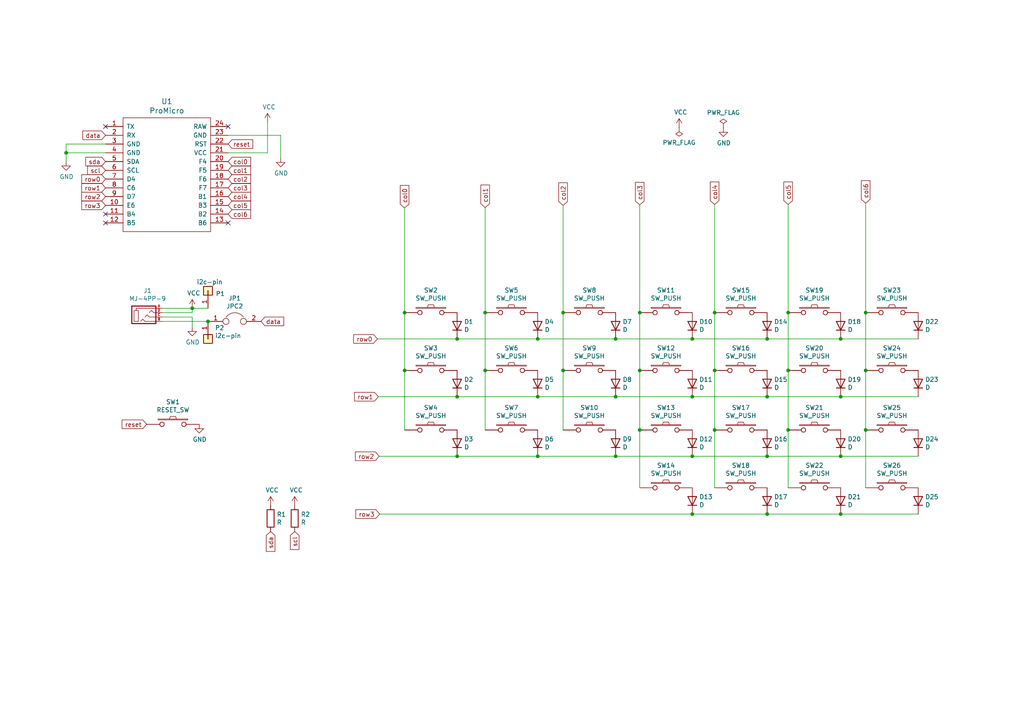
<source format=kicad_sch>
(kicad_sch (version 20230121) (generator eeschema)
  (paper "A4")
  (lib_symbols
    (symbol "Connector_Generic:Conn_01x01" (pin_names (offset 1.016) hide)
      (property "Reference" "J" (at 0 2.54 0))
      (property "Value" "Conn_01x01" (at 0 -2.54 0))
      (symbol "Conn_01x01_1_1"
        (rectangle (start -1.27 0.127) (end 0 -0.127) (stroke (width 0.1524)))
        (rectangle (start -1.27 1.27) (end 1.27 -1.27) (stroke (width 0.254)) (fill (type background)))
        (pin passive line (at -5.08 0 0) (length 3.81) (name "Pin_1") (number "1"))
      )
    )
    (symbol "Device:D" (pin_numbers hide) (pin_names (offset 1.016) hide)
      (property "Reference" "D" (at 0 2.54 0))
      (property "Value" "D" (at 0 -2.54 0))
      (symbol "D_0_1"
        (polyline (pts (xy -1.27 1.27) (xy -1.27 -1.27)) (stroke (width 0.254)))
        (polyline (pts (xy 1.27 0) (xy -1.27 0)))
        (polyline (pts (xy 1.27 1.27) (xy 1.27 -1.27) (xy -1.27 0) (xy 1.27 1.27)) (stroke (width 0.254)))
      )
      (symbol "D_1_1"
        (pin passive line (at -3.81 0 0) (length 2.54) (name "K") (number "1"))
        (pin passive line (at 3.81 0 180) (length 2.54) (name "A") (number "2"))
      )
    )
    (symbol "Device:R" (pin_numbers hide) (pin_names (offset 0))
      (property "Reference" "R" (at 2.032 0 90))
      (property "Value" "R" (at 0 0 90))
      (symbol "R_0_1"
        (rectangle (start -1.016 -2.54) (end 1.016 2.54) (stroke (width 0.254)))
      )
      (symbol "R_1_1"
        (pin passive line (at 0 3.81 270) (length 1.27) (name "~") (number "1"))
        (pin passive line (at 0 -3.81 90) (length 1.27) (name "~") (number "2"))
      )
    )
    (symbol "Pinky3-rescue:Jumper-Device" (pin_names (offset 0.762) hide)
      (property "Reference" "JP" (at 0 3.81 0))
      (property "Value" "Device_Jumper" (at 0 -2.032 0))
      (symbol "Jumper-Device_0_1"
        (circle (center -2.54 0) (radius 0.889))
        (arc (start 2.5146 1.27) (mid 0.0078 2.5097) (end -2.4892 1.27))
        (circle (center 2.54 0) (radius 0.889))
        (pin passive line (at -7.62 0 0) (length 4.191) (name "1") (number "1"))
        (pin passive line (at 7.62 0 180) (length 4.191) (name "2") (number "2"))
      )
    )
    (symbol "Pinky3-rescue:MJ-4PP-9-kbd" (pin_names (offset 1.016))
      (property "Reference" "J" (at 0 3.81 0))
      (property "Value" "MJ-4PP-9-kbd" (at 0 -3.81 0))
      (symbol "MJ-4PP-9-kbd_0_1"
        (rectangle (start -1.905 -1.905) (end -3.175 1.27))
        (polyline (pts (xy -2.54 1.27) (xy -2.54 1.905) (xy 3.175 1.905)))
        (polyline (pts (xy -1.27 -1.905) (xy -0.635 -1.27) (xy 0 -1.905) (xy 3.175 -1.905)))
        (polyline (pts (xy 0 -0.635) (xy 0.635 0) (xy 1.27 -0.635) (xy 3.175 -0.635)))
        (polyline (pts (xy 1.27 0.635) (xy 1.905 1.27) (xy 2.54 0.635) (xy 3.175 0.635)))
        (rectangle (start 3.175 2.54) (end -3.81 -2.54) (stroke (width 0.3048)))
      )
      (symbol "MJ-4PP-9-kbd_1_1"
        (pin input line (at 5.08 1.905 180) (length 2.0066) (name "~") (number "A"))
        (pin input line (at 5.08 -1.905 180) (length 2.0066) (name "~") (number "B"))
        (pin input line (at 5.08 -0.635 180) (length 2.0066) (name "~") (number "C"))
        (pin input line (at 5.08 0.635 180) (length 2.0066) (name "~") (number "D"))
      )
    )
    (symbol "Pinky3-rescue:ProMicro-kbd" (pin_names (offset 1.016))
      (property "Reference" "U" (at 0 24.13 0))
      (property "Value" "ProMicro-kbd" (at 0 -13.97 0))
      (symbol "ProMicro-kbd_0_1"
        (rectangle (start -12.7 21.59) (end 12.7 -11.43))
      )
      (symbol "ProMicro-kbd_1_1"
        (pin bidirectional line (at -17.78 19.05 0) (length 5.08) (name "TX") (number "1"))
        (pin bidirectional line (at -17.78 -3.81 0) (length 5.08) (name "E6") (number "10"))
        (pin bidirectional line (at -17.78 -6.35 0) (length 5.08) (name "B4") (number "11"))
        (pin bidirectional line (at -17.78 -8.89 0) (length 5.08) (name "B5") (number "12"))
        (pin bidirectional line (at 17.78 -8.89 180) (length 5.08) (name "B6") (number "13"))
        (pin bidirectional line (at 17.78 -6.35 180) (length 5.08) (name "B2") (number "14"))
        (pin bidirectional line (at 17.78 -3.81 180) (length 5.08) (name "B3") (number "15"))
        (pin bidirectional line (at 17.78 -1.27 180) (length 5.08) (name "B1") (number "16"))
        (pin bidirectional line (at 17.78 1.27 180) (length 5.08) (name "F7") (number "17"))
        (pin bidirectional line (at 17.78 3.81 180) (length 5.08) (name "F6") (number "18"))
        (pin bidirectional line (at 17.78 6.35 180) (length 5.08) (name "F5") (number "19"))
        (pin bidirectional line (at -17.78 16.51 0) (length 5.08) (name "RX") (number "2"))
        (pin bidirectional line (at 17.78 8.89 180) (length 5.08) (name "F4") (number "20"))
        (pin power_in line (at 17.78 11.43 180) (length 5.08) (name "VCC") (number "21"))
        (pin input line (at 17.78 13.97 180) (length 5.08) (name "RST") (number "22"))
        (pin power_in line (at 17.78 16.51 180) (length 5.08) (name "GND") (number "23"))
        (pin power_out line (at 17.78 19.05 180) (length 5.08) (name "RAW") (number "24"))
        (pin power_in line (at -17.78 13.97 0) (length 5.08) (name "GND") (number "3"))
        (pin power_in line (at -17.78 11.43 0) (length 5.08) (name "GND") (number "4"))
        (pin bidirectional line (at -17.78 8.89 0) (length 5.08) (name "SDA") (number "5"))
        (pin bidirectional line (at -17.78 6.35 0) (length 5.08) (name "SCL") (number "6"))
        (pin bidirectional line (at -17.78 3.81 0) (length 5.08) (name "D4") (number "7"))
        (pin bidirectional line (at -17.78 1.27 0) (length 5.08) (name "C6") (number "8"))
        (pin bidirectional line (at -17.78 -1.27 0) (length 5.08) (name "D7") (number "9"))
      )
    )
    (symbol "Pinky3-rescue:SW_PUSH-kbd" (pin_numbers hide) (pin_names (offset 1.016) hide)
      (property "Reference" "SW" (at 3.81 2.794 0))
      (property "Value" "SW_PUSH-kbd" (at 0 -2.032 0))
      (symbol "SW_PUSH-kbd_0_1"
        (rectangle (start -4.318 1.27) (end 4.318 1.524))
        (polyline (pts (xy -1.016 1.524) (xy -0.762 2.286) (xy 0.762 2.286) (xy 1.016 1.524)))
        (pin passive inverted (at -7.62 0 0) (length 5.08) (name "1") (number "1"))
        (pin passive inverted (at 7.62 0 180) (length 5.08) (name "2") (number "2"))
      )
    )
    (symbol "power:GND" (power) (pin_names (offset 0))
      (property "Value" "GND" (at 0 -3.81 0))
      (symbol "GND_0_1"
        (polyline (pts (xy 0 0) (xy 0 -1.27) (xy 1.27 -1.27) (xy 0 -2.54) (xy -1.27 -1.27) (xy 0 -1.27)))
      )
      (symbol "GND_1_1"
        (pin power_in line (at 0 0 270) (length 0) hide (name "GND") (number "1"))
      )
    )
    (symbol "power:PWR_FLAG" (power) (pin_numbers hide) (pin_names (offset 0) hide)
      (property "Value" "PWR_FLAG" (at 0 3.81 0))
      (symbol "PWR_FLAG_0_0"
        (pin power_out line (at 0 0 90) (length 0) (name "pwr") (number "1"))
      )
      (symbol "PWR_FLAG_0_1"
        (polyline (pts (xy 0 0) (xy 0 1.27) (xy -1.016 1.905) (xy 0 2.54) (xy 1.016 1.905) (xy 0 1.27)))
      )
    )
    (symbol "power:VCC" (power) (pin_names (offset 0))
      (property "Value" "VCC" (at 0 3.81 0))
      (symbol "VCC_0_1"
        (polyline (pts (xy -0.762 1.27) (xy 0 2.54)))
        (polyline (pts (xy 0 0) (xy 0 2.54)))
        (polyline (pts (xy 0 2.54) (xy 0.762 1.27)))
      )
      (symbol "VCC_1_1"
        (pin power_in line (at 0 0 90) (length 0) hide (name "VCC") (number "1"))
      )
    )
  )
  (junction (at 200.787 132.334))
  (junction (at 155.956 98.298))
  (junction (at 222.504 98.298))
  (junction (at 155.956 115.062))
  (junction (at 117.348 107.442))
  (junction (at 178.562 98.298))
  (junction (at 222.504 149.098))
  (junction (at 140.716 107.442))
  (junction (at 251.079 107.442))
  (junction (at 251.079 90.678))
  (junction (at 163.322 90.678))
  (junction (at 55.753 89.408))
  (junction (at 132.588 98.298))
  (junction (at 207.264 107.442))
  (junction (at 140.716 90.678))
  (junction (at 222.504 115.062))
  (junction (at 243.84 132.334))
  (junction (at 251.079 124.714))
  (junction (at 163.322 107.442))
  (junction (at 228.6 124.714))
  (junction (at 185.547 90.678))
  (junction (at 207.264 90.678))
  (junction (at 178.562 115.062))
  (junction (at 243.84 98.298))
  (junction (at 243.84 149.098))
  (junction (at 185.547 107.442))
  (junction (at 228.6 107.442))
  (junction (at 207.264 124.714))
  (junction (at 200.787 98.298))
  (junction (at 200.787 149.098))
  (junction (at 117.348 90.678))
  (junction (at 228.6 90.678))
  (junction (at 222.504 132.334))
  (junction (at 155.956 132.334))
  (junction (at 19.177 44.323))
  (junction (at 60.325 93.218))
  (junction (at 132.588 132.334))
  (junction (at 178.562 132.334))
  (junction (at 132.588 115.062))
  (junction (at 243.84 115.062))
  (junction (at 185.547 124.714))
  (junction (at 200.787 115.062))
  (no_connect (at 30.607 64.643))
  (no_connect (at 30.607 62.103))
  (no_connect (at 30.607 36.703))
  (no_connect (at 66.167 36.703))
  (no_connect (at 66.167 64.643))
  (wire (pts (xy 185.547 90.678) (xy 185.547 107.442)))
  (wire (pts (xy 222.504 132.334) (xy 243.84 132.334)))
  (wire (pts (xy 178.562 98.298) (xy 200.787 98.298)))
  (wire (pts (xy 19.177 41.783) (xy 19.177 44.323)))
  (wire (pts (xy 55.753 91.948) (xy 55.753 94.869)))
  (wire (pts (xy 185.547 59.436) (xy 185.547 90.678)))
  (wire (pts (xy 109.728 115.062) (xy 132.588 115.062)))
  (wire (pts (xy 30.607 41.783) (xy 19.177 41.783)))
  (wire (pts (xy 178.562 115.062) (xy 200.787 115.062)))
  (wire (pts (xy 200.787 132.334) (xy 222.504 132.334)))
  (wire (pts (xy 207.264 59.309) (xy 207.264 90.678)))
  (wire (pts (xy 185.547 124.714) (xy 185.547 141.478)))
  (wire (pts (xy 228.6 90.678) (xy 228.6 107.442)))
  (wire (pts (xy 55.753 89.408) (xy 60.325 89.408)))
  (wire (pts (xy 81.407 39.243) (xy 81.407 45.847)))
  (wire (pts (xy 228.6 124.714) (xy 228.6 141.478)))
  (wire (pts (xy 140.716 60.198) (xy 140.716 90.678)))
  (wire (pts (xy 66.167 44.323) (xy 77.597 44.323)))
  (wire (pts (xy 207.264 124.714) (xy 207.264 141.478)))
  (wire (pts (xy 243.84 149.098) (xy 266.319 149.098)))
  (wire (pts (xy 251.079 124.714) (xy 251.079 141.478)))
  (wire (pts (xy 117.348 60.325) (xy 117.348 90.678)))
  (wire (pts (xy 163.322 90.678) (xy 163.322 107.442)))
  (wire (pts (xy 163.322 107.442) (xy 163.322 124.714)))
  (wire (pts (xy 163.322 59.563) (xy 163.322 90.678)))
  (wire (pts (xy 155.956 132.334) (xy 178.562 132.334)))
  (wire (pts (xy 140.716 107.442) (xy 140.716 124.714)))
  (wire (pts (xy 243.84 115.062) (xy 266.319 115.062)))
  (wire (pts (xy 132.588 132.334) (xy 155.956 132.334)))
  (wire (pts (xy 200.787 149.098) (xy 222.504 149.098)))
  (wire (pts (xy 200.787 115.062) (xy 222.504 115.062)))
  (wire (pts (xy 77.597 44.323) (xy 77.597 35.433)))
  (wire (pts (xy 110.109 149.098) (xy 200.787 149.098)))
  (wire (pts (xy 19.177 44.323) (xy 19.177 46.863)))
  (wire (pts (xy 222.504 149.098) (xy 243.84 149.098)))
  (wire (pts (xy 109.474 98.298) (xy 132.588 98.298)))
  (wire (pts (xy 55.753 90.678) (xy 55.753 89.408)))
  (wire (pts (xy 207.264 107.442) (xy 207.264 124.714)))
  (wire (pts (xy 47.117 89.408) (xy 55.753 89.408)))
  (wire (pts (xy 222.504 115.062) (xy 243.84 115.062)))
  (wire (pts (xy 243.84 132.334) (xy 266.319 132.334)))
  (wire (pts (xy 222.504 98.298) (xy 243.84 98.298)))
  (wire (pts (xy 132.588 98.298) (xy 155.956 98.298)))
  (wire (pts (xy 109.982 132.334) (xy 132.588 132.334)))
  (wire (pts (xy 251.079 58.928) (xy 251.079 90.678)))
  (wire (pts (xy 155.956 98.298) (xy 178.562 98.298)))
  (wire (pts (xy 251.079 107.442) (xy 251.079 124.714)))
  (wire (pts (xy 47.117 93.218) (xy 60.325 93.218)))
  (wire (pts (xy 200.787 98.298) (xy 222.504 98.298)))
  (wire (pts (xy 207.264 90.678) (xy 207.264 107.442)))
  (wire (pts (xy 251.079 90.678) (xy 251.079 107.442)))
  (wire (pts (xy 155.956 115.062) (xy 178.562 115.062)))
  (wire (pts (xy 66.167 39.243) (xy 81.407 39.243)))
  (wire (pts (xy 30.607 44.323) (xy 19.177 44.323)))
  (wire (pts (xy 132.588 115.062) (xy 155.956 115.062)))
  (wire (pts (xy 47.117 91.948) (xy 55.753 91.948)))
  (wire (pts (xy 140.716 90.678) (xy 140.716 107.442)))
  (wire (pts (xy 228.6 59.309) (xy 228.6 90.678)))
  (wire (pts (xy 178.562 132.334) (xy 200.787 132.334)))
  (wire (pts (xy 243.84 98.298) (xy 266.319 98.298)))
  (wire (pts (xy 228.6 107.442) (xy 228.6 124.714)))
  (wire (pts (xy 47.117 90.678) (xy 55.753 90.678)))
  (wire (pts (xy 117.348 107.442) (xy 117.348 124.714)))
  (wire (pts (xy 185.547 107.442) (xy 185.547 124.714)))
  (wire (pts (xy 60.325 93.218) (xy 60.452 93.218)))
  (wire (pts (xy 117.348 90.678) (xy 117.348 107.442)))
  (global_label "row1" (shape input) (at 109.728 115.062 180) (property "Intersheetrefs" "${INTERSHEET_REFS}" (effects hide)))
  (global_label "sda" (shape input) (at 78.486 154.178 270) (property "Intersheetrefs" "${INTERSHEET_REFS}" (effects hide)))
  (global_label "row0" (shape input) (at 30.607 51.943 180) (property "Intersheetrefs" "${INTERSHEET_REFS}" (effects hide)))
  (global_label "col0" (shape input) (at 66.167 46.863 0) (property "Intersheetrefs" "${INTERSHEET_REFS}" (effects hide)))
  (global_label "col3" (shape input) (at 66.167 54.483 0) (property "Intersheetrefs" "${INTERSHEET_REFS}" (effects hide)))
  (global_label "col1" (shape input) (at 66.167 49.403 0) (property "Intersheetrefs" "${INTERSHEET_REFS}" (effects hide)))
  (global_label "col4" (shape input) (at 66.167 57.023 0) (property "Intersheetrefs" "${INTERSHEET_REFS}" (effects hide)))
  (global_label "scl" (shape input) (at 85.471 154.178 270) (property "Intersheetrefs" "${INTERSHEET_REFS}" (effects hide)))
  (global_label "scl" (shape input) (at 30.607 49.403 180) (property "Intersheetrefs" "${INTERSHEET_REFS}" (effects hide)))
  (global_label "col2" (shape input) (at 66.167 51.943 0) (property "Intersheetrefs" "${INTERSHEET_REFS}" (effects hide)))
  (global_label "col3" (shape input) (at 185.547 59.436 90) (property "Intersheetrefs" "${INTERSHEET_REFS}" (effects hide)))
  (global_label "col4" (shape input) (at 207.264 59.309 90) (property "Intersheetrefs" "${INTERSHEET_REFS}" (effects hide)))
  (global_label "col6" (shape input) (at 66.167 62.103 0) (property "Intersheetrefs" "${INTERSHEET_REFS}" (effects hide)))
  (global_label "row2" (shape input) (at 109.982 132.334 180) (property "Intersheetrefs" "${INTERSHEET_REFS}" (effects hide)))
  (global_label "reset" (shape input) (at 66.167 41.783 0) (property "Intersheetrefs" "${INTERSHEET_REFS}" (effects hide)))
  (global_label "col0" (shape input) (at 117.348 60.325 90) (property "Intersheetrefs" "${INTERSHEET_REFS}" (effects hide)))
  (global_label "row3" (shape input) (at 30.607 59.563 180) (property "Intersheetrefs" "${INTERSHEET_REFS}" (effects hide)))
  (global_label "row3" (shape input) (at 110.109 149.098 180) (property "Intersheetrefs" "${INTERSHEET_REFS}" (effects hide)))
  (global_label "col2" (shape input) (at 163.322 59.563 90) (property "Intersheetrefs" "${INTERSHEET_REFS}" (effects hide)))
  (global_label "row0" (shape input) (at 109.474 98.298 180) (property "Intersheetrefs" "${INTERSHEET_REFS}" (effects hide)))
  (global_label "data" (shape input) (at 30.607 39.243 180) (property "Intersheetrefs" "${INTERSHEET_REFS}" (effects hide)))
  (global_label "row1" (shape input) (at 30.607 54.483 180) (property "Intersheetrefs" "${INTERSHEET_REFS}" (effects hide)))
  (global_label "col5" (shape input) (at 228.6 59.309 90) (property "Intersheetrefs" "${INTERSHEET_REFS}" (effects hide)))
  (global_label "sda" (shape input) (at 30.607 46.863 180) (property "Intersheetrefs" "${INTERSHEET_REFS}" (effects hide)))
  (global_label "row2" (shape input) (at 30.607 57.023 180) (property "Intersheetrefs" "${INTERSHEET_REFS}" (effects hide)))
  (global_label "col6" (shape input) (at 251.079 58.928 90) (property "Intersheetrefs" "${INTERSHEET_REFS}" (effects hide)))
  (global_label "reset" (shape input) (at 42.545 123.063 180) (property "Intersheetrefs" "${INTERSHEET_REFS}" (effects hide)))
  (global_label "data" (shape input) (at 75.692 93.218 0) (property "Intersheetrefs" "${INTERSHEET_REFS}" (effects hide)))
  (global_label "col1" (shape input) (at 140.716 60.198 90) (property "Intersheetrefs" "${INTERSHEET_REFS}" (effects hide)))
  (global_label "col5" (shape input) (at 66.167 59.563 0) (property "Intersheetrefs" "${INTERSHEET_REFS}" (effects hide)))
  (symbol (lib_id "Pinky3-rescue:SW_PUSH-kbd") (at 50.165 123.063 0) (unit 1)
    (property "Reference" "SW1" (at 50.165 116.586 0))
    (property "Value" "RESET_SW" (at 50.165 118.8974 0))
    (property "Footprint" "kbd:ResetSW" (effects hide))
  )
  (symbol (lib_id "power:GND") (at 57.785 123.063 0) (unit 1)
    (property "Reference" "#PWR04" (effects hide))
    (property "Value" "GND" (at 57.912 127.4572 0))
  )
  (symbol (lib_id "Pinky3-rescue:ProMicro-kbd") (at 48.387 55.753 0) (unit 1)
    (property "Reference" "U1" (at 48.387 29.4132 0) (effects (font (size 1.524 1.524))))
    (property "Value" "ProMicro" (at 48.387 32.1056 0) (effects (font (size 1.524 1.524))))
    (property "Footprint" "kbd:ProMicro_v2" (effects hide))
  )
  (symbol (lib_id "power:VCC") (at 77.597 35.433 0) (unit 1)
    (property "Reference" "#PWR05" (effects hide))
    (property "Value" "VCC" (at 78.0288 31.0388 0))
  )
  (symbol (lib_id "power:GND") (at 81.407 45.847 0) (unit 1)
    (property "Reference" "#PWR06" (effects hide))
    (property "Value" "GND" (at 81.534 50.2412 0))
  )
  (symbol (lib_id "power:GND") (at 19.177 46.863 0) (unit 1)
    (property "Reference" "#PWR01" (effects hide))
    (property "Value" "GND" (at 19.304 51.2572 0))
  )
  (symbol (lib_id "Pinky3-rescue:SW_PUSH-kbd") (at 124.968 90.678 0) (unit 1)
    (property "Reference" "SW2" (at 124.968 84.201 0))
    (property "Value" "SW_PUSH" (at 124.968 86.5124 0))
    (property "Footprint" "Switch_Keyboard_Hotswap_Kailh:SW_Hotswap_Kailh_Choc_V1V2" (effects hide))
  )
  (symbol (lib_id "Pinky3-rescue:SW_PUSH-kbd") (at 148.336 90.678 0) (unit 1)
    (property "Reference" "SW5" (at 148.336 84.201 0))
    (property "Value" "SW_PUSH" (at 148.336 86.5124 0))
    (property "Footprint" "kbd:CherryMX_Hotswap" (effects hide))
  )
  (symbol (lib_id "Pinky3-rescue:MJ-4PP-9-kbd") (at 42.037 91.313 0) (unit 1)
    (property "Reference" "J1" (at 42.799 84.3026 0))
    (property "Value" "MJ-4PP-9" (at 42.799 86.614 0))
    (property "Footprint" "kbd:MJ-4PP-9" (effects hide))
  )
  (symbol (lib_id "power:GND") (at 55.753 94.869 0) (unit 1)
    (property "Reference" "#PWR03" (effects hide))
    (property "Value" "GND" (at 55.88 99.2632 0))
  )
  (symbol (lib_id "power:VCC") (at 55.753 89.408 0) (unit 1)
    (property "Reference" "#PWR02" (effects hide))
    (property "Value" "VCC" (at 56.1848 85.0138 0))
  )
  (symbol (lib_id "power:VCC") (at 196.977 36.957 0) (unit 1)
    (property "Reference" "#PWR07" (effects hide))
    (property "Value" "VCC" (at 197.4088 32.5628 0))
  )
  (symbol (lib_id "power:PWR_FLAG") (at 196.977 36.957 180) (unit 1)
    (property "Reference" "#FLG01" (effects hide))
    (property "Value" "PWR_FLAG" (at 196.977 41.3512 0))
  )
  (symbol (lib_id "power:GND") (at 209.804 37.084 0) (unit 1)
    (property "Reference" "#PWR08" (effects hide))
    (property "Value" "GND" (at 209.931 41.4782 0))
  )
  (symbol (lib_id "power:PWR_FLAG") (at 209.804 37.084 0) (unit 1)
    (property "Reference" "#FLG02" (effects hide))
    (property "Value" "PWR_FLAG" (at 209.804 32.6644 0))
  )
  (symbol (lib_id "Pinky3-rescue:SW_PUSH-kbd") (at 124.968 107.442 0) (unit 1)
    (property "Reference" "SW3" (at 124.968 100.965 0))
    (property "Value" "SW_PUSH" (at 124.968 103.2764 0))
    (property "Footprint" "kbd:CherryMX_Hotswap" (effects hide))
  )
  (symbol (lib_id "Pinky3-rescue:SW_PUSH-kbd") (at 124.968 124.714 0) (unit 1)
    (property "Reference" "SW4" (at 124.968 118.237 0))
    (property "Value" "SW_PUSH" (at 124.968 120.5484 0))
    (property "Footprint" "kbd:CherryMX_Hotswap" (effects hide))
  )
  (symbol (lib_id "Pinky3-rescue:SW_PUSH-kbd") (at 148.336 107.442 0) (unit 1)
    (property "Reference" "SW6" (at 148.336 100.965 0))
    (property "Value" "SW_PUSH" (at 148.336 103.2764 0))
    (property "Footprint" "kbd:CherryMX_Hotswap" (effects hide))
  )
  (symbol (lib_id "Pinky3-rescue:SW_PUSH-kbd") (at 148.336 124.714 0) (unit 1)
    (property "Reference" "SW7" (at 148.336 118.237 0))
    (property "Value" "SW_PUSH" (at 148.336 120.5484 0))
    (property "Footprint" "kbd:CherryMX_Hotswap" (effects hide))
  )
  (symbol (lib_id "Device:D") (at 132.588 94.488 90) (unit 1)
    (property "Reference" "D1" (at 134.5946 93.3196 90) (effects (justify right)))
    (property "Value" "D" (at 134.5946 95.631 90) (effects (justify right)))
    (property "Footprint" "kbd:D3_TH_SMD" (effects hide))
  )
  (symbol (lib_id "Pinky3-rescue:SW_PUSH-kbd") (at 170.942 90.678 0) (unit 1)
    (property "Reference" "SW8" (at 170.942 84.201 0))
    (property "Value" "SW_PUSH" (at 170.942 86.5124 0))
    (property "Footprint" "kbd:CherryMX_Hotswap" (effects hide))
  )
  (symbol (lib_id "Pinky3-rescue:SW_PUSH-kbd") (at 193.167 90.678 0) (unit 1)
    (property "Reference" "SW11" (at 193.167 84.201 0))
    (property "Value" "SW_PUSH" (at 193.167 86.5124 0))
    (property "Footprint" "kbd:CherryMX_Hotswap" (effects hide))
  )
  (symbol (lib_id "Pinky3-rescue:SW_PUSH-kbd") (at 170.942 107.442 0) (unit 1)
    (property "Reference" "SW9" (at 170.942 100.965 0))
    (property "Value" "SW_PUSH" (at 170.942 103.2764 0))
    (property "Footprint" "kbd:CherryMX_Hotswap" (effects hide))
  )
  (symbol (lib_id "Pinky3-rescue:SW_PUSH-kbd") (at 193.167 107.442 0) (unit 1)
    (property "Reference" "SW12" (at 193.167 100.965 0))
    (property "Value" "SW_PUSH" (at 193.167 103.2764 0))
    (property "Footprint" "kbd:CherryMX_Hotswap" (effects hide))
  )
  (symbol (lib_id "Pinky3-rescue:SW_PUSH-kbd") (at 170.942 124.714 0) (unit 1)
    (property "Reference" "SW10" (at 170.942 118.237 0))
    (property "Value" "SW_PUSH" (at 170.942 120.5484 0))
    (property "Footprint" "kbd:CherryMX_Hotswap" (effects hide))
  )
  (symbol (lib_id "Pinky3-rescue:SW_PUSH-kbd") (at 193.167 124.714 0) (unit 1)
    (property "Reference" "SW13" (at 193.167 118.237 0))
    (property "Value" "SW_PUSH" (at 193.167 120.5484 0))
    (property "Footprint" "kbd:CherryMX_Hotswap" (effects hide))
  )
  (symbol (lib_id "Pinky3-rescue:SW_PUSH-kbd") (at 193.167 141.478 0) (unit 1)
    (property "Reference" "SW14" (at 193.167 135.001 0))
    (property "Value" "SW_PUSH" (at 193.167 137.3124 0))
    (property "Footprint" "kbd:Choc_Hotswap" (effects hide))
  )
  (symbol (lib_id "Pinky3-rescue:SW_PUSH-kbd") (at 214.884 90.678 0) (unit 1)
    (property "Reference" "SW15" (at 214.884 84.201 0))
    (property "Value" "SW_PUSH" (at 214.884 86.5124 0))
    (property "Footprint" "kbd:CherryMX_Hotswap" (effects hide))
  )
  (symbol (lib_id "Pinky3-rescue:SW_PUSH-kbd") (at 214.884 107.442 0) (unit 1)
    (property "Reference" "SW16" (at 214.884 100.965 0))
    (property "Value" "SW_PUSH" (at 214.884 103.2764 0))
    (property "Footprint" "kbd:CherryMX_Hotswap" (effects hide))
  )
  (symbol (lib_id "Pinky3-rescue:SW_PUSH-kbd") (at 214.884 124.714 0) (unit 1)
    (property "Reference" "SW17" (at 214.884 118.237 0))
    (property "Value" "SW_PUSH" (at 214.884 120.5484 0))
    (property "Footprint" "kbd:CherryMX_Hotswap" (effects hide))
  )
  (symbol (lib_id "Pinky3-rescue:SW_PUSH-kbd") (at 214.884 141.478 0) (unit 1)
    (property "Reference" "SW18" (at 214.884 135.001 0))
    (property "Value" "SW_PUSH" (at 214.884 137.3124 0))
    (property "Footprint" "kbd:Choc_Hotswap" (effects hide))
  )
  (symbol (lib_id "Pinky3-rescue:SW_PUSH-kbd") (at 236.22 90.678 0) (unit 1)
    (property "Reference" "SW19" (at 236.22 84.201 0))
    (property "Value" "SW_PUSH" (at 236.22 86.5124 0))
    (property "Footprint" "kbd:CherryMX_Hotswap" (effects hide))
  )
  (symbol (lib_id "Pinky3-rescue:SW_PUSH-kbd") (at 236.22 107.442 0) (unit 1)
    (property "Reference" "SW20" (at 236.22 100.965 0))
    (property "Value" "SW_PUSH" (at 236.22 103.2764 0))
    (property "Footprint" "kbd:CherryMX_Hotswap" (effects hide))
  )
  (symbol (lib_id "Pinky3-rescue:SW_PUSH-kbd") (at 236.22 124.714 0) (unit 1)
    (property "Reference" "SW21" (at 236.22 118.237 0))
    (property "Value" "SW_PUSH" (at 236.22 120.5484 0))
    (property "Footprint" "kbd:CherryMX_Hotswap" (effects hide))
  )
  (symbol (lib_id "Pinky3-rescue:SW_PUSH-kbd") (at 236.22 141.478 0) (unit 1)
    (property "Reference" "SW22" (at 236.22 135.001 0))
    (property "Value" "SW_PUSH" (at 236.22 137.3124 0))
    (property "Footprint" "kbd:Choc_Hotswap" (effects hide))
  )
  (symbol (lib_id "Device:D") (at 243.84 94.488 90) (unit 1)
    (property "Reference" "D18" (at 245.8466 93.3196 90) (effects (justify right)))
    (property "Value" "D" (at 245.8466 95.631 90) (effects (justify right)))
    (property "Footprint" "kbd:D3_TH_SMD" (effects hide))
  )
  (symbol (lib_id "Device:D") (at 222.504 94.488 90) (unit 1)
    (property "Reference" "D14" (at 224.5106 93.3196 90) (effects (justify right)))
    (property "Value" "D" (at 224.5106 95.631 90) (effects (justify right)))
    (property "Footprint" "kbd:D3_TH_SMD" (effects hide))
  )
  (symbol (lib_id "Device:D") (at 200.787 94.488 90) (unit 1)
    (property "Reference" "D10" (at 202.7936 93.3196 90) (effects (justify right)))
    (property "Value" "D" (at 202.7936 95.631 90) (effects (justify right)))
    (property "Footprint" "kbd:D3_TH_SMD" (effects hide))
  )
  (symbol (lib_id "Device:D") (at 178.562 94.488 90) (unit 1)
    (property "Reference" "D7" (at 180.5686 93.3196 90) (effects (justify right)))
    (property "Value" "D" (at 180.5686 95.631 90) (effects (justify right)))
    (property "Footprint" "kbd:D3_TH_SMD" (effects hide))
  )
  (symbol (lib_id "Device:D") (at 178.562 111.252 90) (unit 1)
    (property "Reference" "D8" (at 180.5686 110.0836 90) (effects (justify right)))
    (property "Value" "D" (at 180.5686 112.395 90) (effects (justify right)))
    (property "Footprint" "kbd:D3_TH_SMD" (effects hide))
  )
  (symbol (lib_id "Device:D") (at 200.787 111.252 90) (unit 1)
    (property "Reference" "D11" (at 202.7936 110.0836 90) (effects (justify right)))
    (property "Value" "D" (at 202.7936 112.395 90) (effects (justify right)))
    (property "Footprint" "kbd:D3_TH_SMD" (effects hide))
  )
  (symbol (lib_id "Device:D") (at 222.504 111.252 90) (unit 1)
    (property "Reference" "D15" (at 224.5106 110.0836 90) (effects (justify right)))
    (property "Value" "D" (at 224.5106 112.395 90) (effects (justify right)))
    (property "Footprint" "kbd:D3_TH_SMD" (effects hide))
  )
  (symbol (lib_id "Device:D") (at 243.84 111.252 90) (unit 1)
    (property "Reference" "D19" (at 245.8466 110.0836 90) (effects (justify right)))
    (property "Value" "D" (at 245.8466 112.395 90) (effects (justify right)))
    (property "Footprint" "kbd:D3_TH_SMD" (effects hide))
  )
  (symbol (lib_id "Device:D") (at 243.84 128.524 90) (unit 1)
    (property "Reference" "D20" (at 245.8466 127.3556 90) (effects (justify right)))
    (property "Value" "D" (at 245.8466 129.667 90) (effects (justify right)))
    (property "Footprint" "kbd:D3_TH_SMD" (effects hide))
  )
  (symbol (lib_id "Device:D") (at 222.504 128.524 90) (unit 1)
    (property "Reference" "D16" (at 224.5106 127.3556 90) (effects (justify right)))
    (property "Value" "D" (at 224.5106 129.667 90) (effects (justify right)))
    (property "Footprint" "kbd:D3_TH_SMD" (effects hide))
  )
  (symbol (lib_id "Device:D") (at 222.504 145.288 90) (unit 1)
    (property "Reference" "D17" (at 224.5106 144.1196 90) (effects (justify right)))
    (property "Value" "D" (at 224.5106 146.431 90) (effects (justify right)))
    (property "Footprint" "kbd:D3_TH_SMD" (effects hide))
  )
  (symbol (lib_id "Device:D") (at 243.84 145.288 90) (unit 1)
    (property "Reference" "D21" (at 245.8466 144.1196 90) (effects (justify right)))
    (property "Value" "D" (at 245.8466 146.431 90) (effects (justify right)))
    (property "Footprint" "kbd:D3_TH_SMD" (effects hide))
  )
  (symbol (lib_id "Device:D") (at 200.787 145.288 90) (unit 1)
    (property "Reference" "D13" (at 202.7936 144.1196 90) (effects (justify right)))
    (property "Value" "D" (at 202.7936 146.431 90) (effects (justify right)))
    (property "Footprint" "kbd:D3_TH_SMD" (effects hide))
  )
  (symbol (lib_id "Device:D") (at 200.787 128.524 90) (unit 1)
    (property "Reference" "D12" (at 202.7936 127.3556 90) (effects (justify right)))
    (property "Value" "D" (at 202.7936 129.667 90) (effects (justify right)))
    (property "Footprint" "kbd:D3_TH_SMD" (effects hide))
  )
  (symbol (lib_id "Device:D") (at 178.562 128.524 90) (unit 1)
    (property "Reference" "D9" (at 180.5686 127.3556 90) (effects (justify right)))
    (property "Value" "D" (at 180.5686 129.667 90) (effects (justify right)))
    (property "Footprint" "kbd:D3_TH_SMD" (effects hide))
  )
  (symbol (lib_id "Device:D") (at 155.956 128.524 90) (unit 1)
    (property "Reference" "D6" (at 157.9626 127.3556 90) (effects (justify right)))
    (property "Value" "D" (at 157.9626 129.667 90) (effects (justify right)))
    (property "Footprint" "kbd:D3_TH_SMD" (effects hide))
  )
  (symbol (lib_id "Device:D") (at 155.956 111.252 90) (unit 1)
    (property "Reference" "D5" (at 157.9626 110.0836 90) (effects (justify right)))
    (property "Value" "D" (at 157.9626 112.395 90) (effects (justify right)))
    (property "Footprint" "kbd:D3_TH_SMD" (effects hide))
  )
  (symbol (lib_id "Device:D") (at 155.956 94.488 90) (unit 1)
    (property "Reference" "D4" (at 157.9626 93.3196 90) (effects (justify right)))
    (property "Value" "D" (at 157.9626 95.631 90) (effects (justify right)))
    (property "Footprint" "kbd:D3_TH_SMD" (effects hide))
  )
  (symbol (lib_id "Device:D") (at 132.588 111.252 90) (unit 1)
    (property "Reference" "D2" (at 134.5946 110.0836 90) (effects (justify right)))
    (property "Value" "D" (at 134.5946 112.395 90) (effects (justify right)))
    (property "Footprint" "kbd:D3_TH_SMD" (effects hide))
  )
  (symbol (lib_id "Device:D") (at 132.588 128.524 90) (unit 1)
    (property "Reference" "D3" (at 134.5946 127.3556 90) (effects (justify right)))
    (property "Value" "D" (at 134.5946 129.667 90) (effects (justify right)))
    (property "Footprint" "kbd:D3_TH_SMD" (effects hide))
  )
  (symbol (lib_id "power:VCC") (at 78.486 146.558 0) (unit 1)
    (property "Reference" "#PWR011" (effects hide))
    (property "Value" "VCC" (at 78.9178 142.1638 0))
  )
  (symbol (lib_id "Device:R") (at 85.471 150.368 0) (unit 1)
    (property "Reference" "R2" (at 87.249 149.1996 0) (effects (justify left)))
    (property "Value" "R" (at 87.249 151.511 0) (effects (justify left)))
    (property "Footprint" "kbd:R" (effects hide))
  )
  (symbol (lib_id "power:VCC") (at 85.471 146.558 0) (unit 1)
    (property "Reference" "#PWR012" (effects hide))
    (property "Value" "VCC" (at 85.9028 142.1638 0))
  )
  (symbol (lib_id "Device:R") (at 78.486 150.368 0) (unit 1)
    (property "Reference" "R1" (at 80.264 149.1996 0) (effects (justify left)))
    (property "Value" "R" (at 80.264 151.511 0) (effects (justify left)))
    (property "Footprint" "kbd:R" (effects hide))
  )
  (symbol (lib_id "Pinky3-rescue:SW_PUSH-kbd") (at 258.699 90.678 0) (unit 1)
    (property "Reference" "SW23" (at 258.699 84.201 0))
    (property "Value" "SW_PUSH" (at 258.699 86.5124 0))
    (property "Footprint" "kbd:CherryMX_Hotswap" (effects hide))
  )
  (symbol (lib_id "Pinky3-rescue:SW_PUSH-kbd") (at 258.699 107.442 0) (unit 1)
    (property "Reference" "SW24" (at 258.699 100.965 0))
    (property "Value" "SW_PUSH" (at 258.699 103.2764 0))
    (property "Footprint" "kbd:CherryMX_Hotswap" (effects hide))
  )
  (symbol (lib_id "Pinky3-rescue:SW_PUSH-kbd") (at 258.699 124.714 0) (unit 1)
    (property "Reference" "SW25" (at 258.699 118.237 0))
    (property "Value" "SW_PUSH" (at 258.699 120.5484 0))
    (property "Footprint" "kbd:CherryMX_Hotswap" (effects hide))
  )
  (symbol (lib_id "Pinky3-rescue:SW_PUSH-kbd") (at 258.699 141.478 0) (unit 1)
    (property "Reference" "SW26" (at 258.699 135.001 0))
    (property "Value" "SW_PUSH" (at 258.699 137.3124 0))
    (property "Footprint" "kbd:Choc_Hotswap" (effects hide))
  )
  (symbol (lib_id "Device:D") (at 266.319 94.488 90) (unit 1)
    (property "Reference" "D22" (at 268.3256 93.3196 90) (effects (justify right)))
    (property "Value" "D" (at 268.3256 95.631 90) (effects (justify right)))
    (property "Footprint" "kbd:D3_TH_SMD" (effects hide))
  )
  (symbol (lib_id "Device:D") (at 266.319 111.252 90) (unit 1)
    (property "Reference" "D23" (at 268.3256 110.0836 90) (effects (justify right)))
    (property "Value" "D" (at 268.3256 112.395 90) (effects (justify right)))
    (property "Footprint" "kbd:D3_TH_SMD" (effects hide))
  )
  (symbol (lib_id "Device:D") (at 266.319 128.524 90) (unit 1)
    (property "Reference" "D24" (at 268.3256 127.3556 90) (effects (justify right)))
    (property "Value" "D" (at 268.3256 129.667 90) (effects (justify right)))
    (property "Footprint" "kbd:D3_TH_SMD" (effects hide))
  )
  (symbol (lib_id "Device:D") (at 266.319 145.288 90) (unit 1)
    (property "Reference" "D25" (at 268.3256 144.1196 90) (effects (justify right)))
    (property "Value" "D" (at 268.3256 146.431 90) (effects (justify right)))
    (property "Footprint" "kbd:D3_TH_SMD" (effects hide))
  )
  (symbol (lib_id "Pinky3-rescue:Jumper-Device") (at 68.072 93.218 0) (unit 1)
    (property "Reference" "JP1" (at 68.072 86.5124 0))
    (property "Value" "JPC2" (at 68.072 88.8238 0))
    (property "Footprint" "kbd:JPC2" (effects hide))
  )
  (symbol (lib_id "Connector_Generic:Conn_01x01") (at 60.325 84.328 90) (unit 1)
    (property "Reference" "P1" (at 62.5602 85.1916 90) (effects (justify right)))
    (property "Value" "i2c-pin" (at 57.023 81.788 90) (effects (justify right)))
    (property "Footprint" "kbd:1pin_conn" (effects hide))
  )
  (symbol (lib_id "Connector_Generic:Conn_01x01") (at 60.325 98.298 270) (unit 1)
    (property "Reference" "P2" (at 62.357 95.0722 90) (effects (justify left)))
    (property "Value" "i2c-pin" (at 62.357 97.3836 90) (effects (justify left)))
    (property "Footprint" "kbd:1pin_conn" (effects hide))
  )
)
</source>
